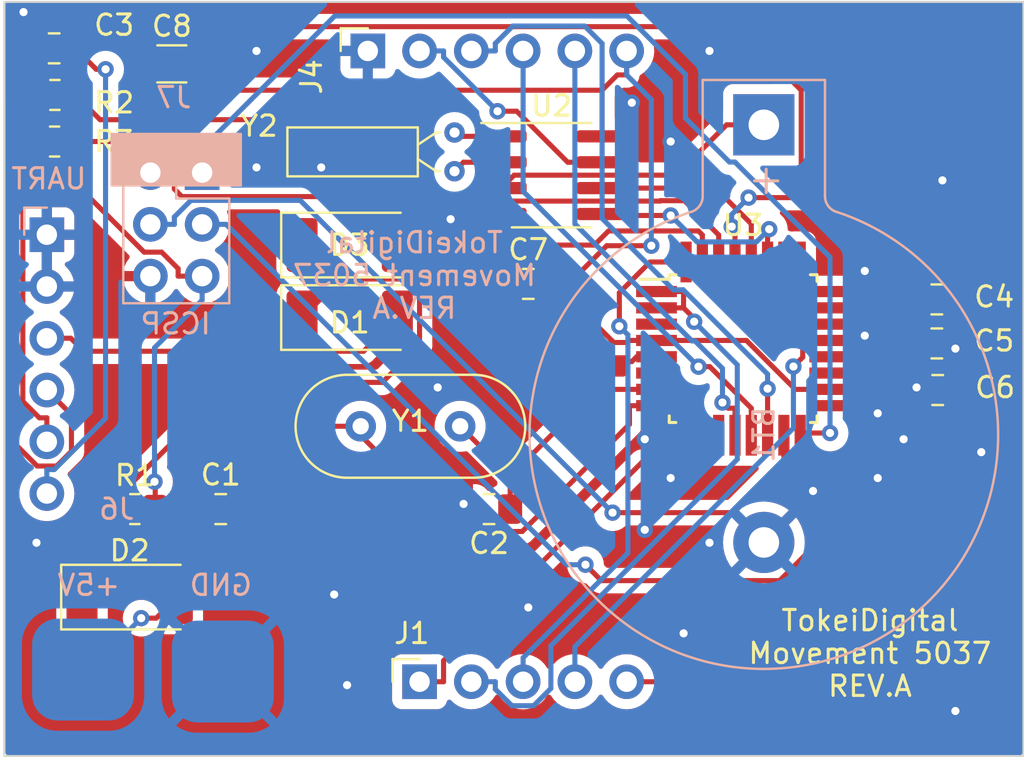
<source format=kicad_pcb>
(kicad_pcb (version 20221018) (generator pcbnew)
  (layers (0 "F.Cu" signal) (31 "B.Cu" signal) (34 "B.Paste" user) (35 "F.Paste" user) (36 "B.SilkS" user "B.Silkscreen") (37 "F.SilkS" user "F.Silkscreen") (38 "B.Mask" user) (39 "F.Mask" user) (44 "Edge.Cuts" user))
  (net 0 "")
  (net 1 "Net-(BT1-+)")
  (net 2 "GND")
  (net 3 "/RST")
  (net 4 "+5V")
  (net 5 "Net-(D1-A)")
  (net 6 "Net-(D2-A)")
  (net 7 "Net-(D3-A)")
  (net 8 "/BTNC")
  (net 9 "/BTNB")
  (net 10 "/BTNA")
  (net 11 "/TIMEC")
  (net 12 "/TIMED")
  (net 13 "Net-(J7-MISO)")
  (net 14 "Net-(J7-SCK)")
  (net 15 "Net-(J7-MOSI)")
  (net 16 "/SDA")
  (net 17 "/SCL")
  (net 18 "Net-(U2-X1)")
  (net 19 "Net-(U2-X2)")
  (net 20 "/1HZ")
  (net 21 "Net-(U3-XTAL2{slash}PB7)")
  (net 22 "Net-(U3-XTAL1{slash}PB6)")
  (net 23 "Net-(U3-AREF)")
  (net 24 "/WS2812_D")
  (net 25 "/TM1637_CLK")
  (net 26 "/TM1637_DIO")
  (net 27 "Net-(U3-PD0)")
  (net 28 "Net-(U3-PD1)")
  (net 37 "Net-(J6-Pin_5)")
  (net 38 "Net-(J6-Pin_4)")
  (net 39 "Net-(J6-Pin_6)")
  (footprint "ClockIt:D_2010" (layer "F.Cu") (at 83.947 74.93)
    (fp_text reference "D3" (at 0 0) (layer "F.SilkS"))
    (fp_text value "1N5817")
    (fp_line (start -3.36 -1.585) (end -3.36 1.585) (stroke (width 0.12)) (layer "F.SilkS"))
    (fp_line (start -3.36 1.585) (end 2.5 1.585) (stroke (width 0.12)) (layer "F.SilkS"))
    (fp_line (start 2.5 -1.585) (end -3.36 -1.585) (stroke (width 0.12)) (layer "F.SilkS"))
    (pad "1" smd roundrect locked (at -2.3375 0) (size 1.525 2.65) (layers "F.Cu" "F.Paste" "F.Mask") (roundrect_rratio 0.1639337705) (net 4 "+5V"))
    (pad "2" smd roundrect locked (at 2.3375 0) (size 1.525 2.65) (layers "F.Cu" "F.Paste" "F.Mask") (roundrect_rratio 0.1639337705) (net 7 "Net-(D3-A)"))
  )
  (footprint "ClockIt:PIN 1x05" (layer "F.Cu") (at 87.376 96.354 90)
    (fp_text reference "J1" (at 2.374 -0.381 180) (layer "F.SilkS"))
    (fp_text value "Pin 1x5")
    (fp_line (start 0 -1.33) (end 1.11 -1.33) (stroke (width 0.12)) (layer "F.SilkS"))
    (fp_line (start 1.11 -1.33) (end 1.11 0) (stroke (width 0.12)) (layer "F.SilkS"))
    (pad "1" thru_hole rect locked (at 0 0 90) (size 1.7 1.7) (drill 1) (layers "*.Cu" "*.Mask") (net 24 "/WS2812_D"))
    (pad "2" thru_hole oval locked (at 0 2.54 90) (size 1.7 1.7) (drill 1) (layers "*.Cu" "*.Mask") (net 25 "/TM1637_CLK"))
    (pad "3" thru_hole oval locked (at 0 5.08 90) (size 1.7 1.7) (drill 1) (layers "*.Cu" "*.Mask") (net 26 "/TM1637_DIO"))
    (pad "4" thru_hole oval locked (at 0 7.62 90) (size 1.7 1.7) (drill 1) (layers "*.Cu" "*.Mask") (net 11 "/TIMEC"))
    (pad "5" thru_hole oval locked (at 0 10.16 90) (size 1.7 1.7) (drill 1) (layers "*.Cu" "*.Mask") (net 12 "/TIMED"))
  )
  (footprint "ClockIt:C_1206" (layer "F.Cu") (at 75.2225 66.04)
    (fp_text reference "C8" (at 0 -1.85) (layer "F.SilkS"))
    (fp_text value "10uF")
    (fp_line (start -0.711252 -0.91) (end 0.711252 -0.91) (stroke (width 0.12)) (layer "F.SilkS"))
    (fp_line (start -0.711252 0.91) (end 0.711252 0.91) (stroke (width 0.12)) (layer "F.SilkS"))
    (pad "1" smd roundrect locked (at -1.5625 0) (size 1.325 1.8) (layers "F.Cu" "F.Paste" "F.Mask") (roundrect_rratio 0.1886792453) (net 4 "+5V"))
    (pad "2" smd roundrect locked (at 1.5625 0) (size 1.325 1.8) (layers "F.Cu" "F.Paste" "F.Mask") (roundrect_rratio 0.1886792453) (net 2 "GND"))
  )
  (footprint "ClockIt:Crystal Horizontal" (layer "F.Cu") (at 89.09 69.408 -90)
    (fp_text reference "Y2" (at -0.32 9.588) (layer "F.SilkS"))
    (fp_text value "32.768KHz")
    (fp_line (start -0.25 1.8) (end -0.25 8.2) (stroke (width 0.12)) (layer "F.SilkS"))
    (fp_line (start -0.25 8.2) (end 2.15 8.2) (stroke (width 0.12)) (layer "F.SilkS"))
    (fp_line (start 0 0.9) (end 0 0.7) (stroke (width 0.12)) (layer "F.SilkS"))
    (fp_line (start 0.6 1.8) (end 0 0.9) (stroke (width 0.12)) (layer "F.SilkS"))
    (fp_line (start 1.3 1.8) (end 1.9 0.9) (stroke (width 0.12)) (layer "F.SilkS"))
    (fp_line (start 1.9 0.9) (end 1.9 0.7) (stroke (width 0.12)) (layer "F.SilkS"))
    (fp_line (start 2.15 1.8) (end -0.25 1.8) (stroke (width 0.12)) (layer "F.SilkS"))
    (fp_line (start 2.15 8.2) (end 2.15 1.8) (stroke (width 0.12)) (layer "F.SilkS"))
    (pad "1" thru_hole circle locked (at 0 0 270) (size 1 1) (drill 0.5) (layers "*.Cu" "*.Mask") (net 18 "Net-(U2-X1)"))
    (pad "2" thru_hole circle locked (at 1.9 0 270) (size 1 1) (drill 0.5) (layers "*.Cu" "*.Mask") (net 19 "Net-(U2-X2)"))
  )
  (footprint "ClockIt:C_0805" (layer "F.Cu") (at 90.7835 87.884 180)
    (fp_text reference "C2" (at 0 -1.68 180) (layer "F.SilkS"))
    (fp_text value "22p")
    (fp_line (start -0.261252 -0.735) (end 0.261252 -0.735) (stroke (width 0.12)) (layer "F.SilkS"))
    (fp_line (start -0.261252 0.735) (end 0.261252 0.735) (stroke (width 0.12)) (layer "F.SilkS"))
    (pad "1" smd roundrect locked (at -1.0375 0 180) (size 1.175 1.45) (layers "F.Cu" "F.Paste" "F.Mask") (roundrect_rratio 0.2127659574) (net 22 "Net-(U3-XTAL1{slash}PB6)"))
    (pad "2" smd roundrect locked (at 1.0375 0 180) (size 1.175 1.45) (layers "F.Cu" "F.Paste" "F.Mask") (roundrect_rratio 0.2127659574) (net 2 "GND"))
  )
  (footprint "ClockIt:C_0805" (layer "F.Cu") (at 77.6185 87.884)
    (fp_text reference "C1" (at 0 -1.68) (layer "F.SilkS"))
    (fp_text value "22p")
    (fp_line (start -0.261252 -0.735) (end 0.261252 -0.735) (stroke (width 0.12)) (layer "F.SilkS"))
    (fp_line (start -0.261252 0.735) (end 0.261252 0.735) (stroke (width 0.12)) (layer "F.SilkS"))
    (pad "1" smd roundrect locked (at -1.0375 0) (size 1.175 1.45) (layers "F.Cu" "F.Paste" "F.Mask") (roundrect_rratio 0.2127659574) (net 21 "Net-(U3-XTAL2{slash}PB7)"))
    (pad "2" smd roundrect locked (at 1.0375 0) (size 1.175 1.45) (layers "F.Cu" "F.Paste" "F.Mask") (roundrect_rratio 0.2127659574) (net 2 "GND"))
  )
  (footprint "ClockIt:C_0805" (layer "F.Cu") (at 69.4475 65.278)
    (fp_text reference "C3" (at 2.9425 -1.143) (layer "F.SilkS"))
    (fp_text value "100nF")
    (fp_line (start -0.261252 -0.735) (end 0.261252 -0.735) (stroke (width 0.12)) (layer "F.SilkS"))
    (fp_line (start -0.261252 0.735) (end 0.261252 0.735) (stroke (width 0.12)) (layer "F.SilkS"))
    (pad "1" smd roundrect locked (at -1.0375 0) (size 1.175 1.45) (layers "F.Cu" "F.Paste" "F.Mask") (roundrect_rratio 0.2127659574) (net 3 "/RST"))
    (pad "2" smd roundrect locked (at 1.0375 0) (size 1.175 1.45) (layers "F.Cu" "F.Paste" "F.Mask") (roundrect_rratio 0.2127659574) (net 39 "Net-(J6-Pin_6)"))
  )
  (footprint "ClockIt:C_0805" (layer "F.Cu") (at 112.7545 79.756)
    (fp_text reference "C5" (at 2.8155 -0.127) (layer "F.SilkS"))
    (fp_text value "100nF")
    (fp_line (start -0.261252 -0.735) (end 0.261252 -0.735) (stroke (width 0.12)) (layer "F.SilkS"))
    (fp_line (start -0.261252 0.735) (end 0.261252 0.735) (stroke (width 0.12)) (layer "F.SilkS"))
    (pad "1" smd roundrect locked (at -1.0375 0) (size 1.175 1.45) (layers "F.Cu" "F.Paste" "F.Mask") (roundrect_rratio 0.2127659574) (net 23 "Net-(U3-AREF)"))
    (pad "2" smd roundrect locked (at 1.0375 0) (size 1.175 1.45) (layers "F.Cu" "F.Paste" "F.Mask") (roundrect_rratio 0.2127659574) (net 2 "GND"))
  )
  (footprint "ClockIt:Crystal Vertical" (layer "F.Cu") (at 84.4865 83.82)
    (fp_text reference "Y1" (at 2.44 -0.254) (layer "F.SilkS"))
    (fp_text value "16MHz")
    (fp_line (start -0.685 -2.525) (end 5.565 -2.525) (stroke (width 0.12)) (layer "F.SilkS"))
    (fp_line (start -0.685 2.525) (end 5.565 2.525) (stroke (width 0.12)) (layer "F.SilkS"))
    (fp_arc (start -0.685 2.525) (mid -3.21 0) (end -0.685 -2.525) (stroke (width 0.12)) (layer "F.SilkS"))
    (fp_arc (start 5.565 -2.525) (mid 8.09 0) (end 5.565 2.525) (stroke (width 0.12)) (layer "F.SilkS"))
    (pad "1" thru_hole circle locked (at 0 0) (size 1.5 1.5) (drill 0.8) (layers "*.Cu" "*.Mask") (net 21 "Net-(U3-XTAL2{slash}PB7)"))
    (pad "2" thru_hole circle locked (at 4.88 0) (size 1.5 1.5) (drill 0.8) (layers "*.Cu" "*.Mask") (net 22 "Net-(U3-XTAL1{slash}PB6)"))
  )
  (footprint "ClockIt:D_2010" (layer "F.Cu") (at 83.947 78.486)
    (fp_text reference "D1" (at 0 0.254) (layer "F.SilkS"))
    (fp_text value "1N5817")
    (fp_line (start -3.36 -1.585) (end -3.36 1.585) (stroke (width 0.12)) (layer "F.SilkS"))
    (fp_line (start -3.36 1.585) (end 2.5 1.585) (stroke (width 0.12)) (layer "F.SilkS"))
    (fp_line (start 2.5 -1.585) (end -3.36 -1.585) (stroke (width 0.12)) (layer "F.SilkS"))
    (pad "1" smd roundrect locked (at -2.3375 0) (size 1.525 2.65) (layers "F.Cu" "F.Paste" "F.Mask") (roundrect_rratio 0.1639337705) (net 4 "+5V"))
    (pad "2" smd roundrect locked (at 2.3375 0) (size 1.525 2.65) (layers "F.Cu" "F.Paste" "F.Mask") (roundrect_rratio 0.1639337705) (net 5 "Net-(D1-A)"))
  )
  (footprint "ClockIt:C_0805" (layer "F.Cu") (at 92.71 76.835)
    (fp_text reference "C7" (at 0 -1.68) (layer "F.SilkS"))
    (fp_text value "100nF")
    (fp_line (start -0.261252 -0.735) (end 0.261252 -0.735) (stroke (width 0.12)) (layer "F.SilkS"))
    (fp_line (start -0.261252 0.735) (end 0.261252 0.735) (stroke (width 0.12)) (layer "F.SilkS"))
    (pad "1" smd roundrect locked (at -1.0375 0) (size 1.175 1.45) (layers "F.Cu" "F.Paste" "F.Mask") (roundrect_rratio 0.2127659574) (net 2 "GND"))
    (pad "2" smd roundrect locked (at 1.0375 0) (size 1.175 1.45) (layers "F.Cu" "F.Paste" "F.Mask") (roundrect_rratio 0.2127659574) (net 4 "+5V"))
  )
  (footprint "ClockIt:SOIC-8" (layer "F.Cu") (at 93.853 71.501)
    (fp_text reference "U2" (at 0 -3.4) (layer "F.SilkS"))
    (fp_text value "DS1307")
    (fp_line (start 0 -2.56) (end -3.45 -2.56) (stroke (width 0.12)) (layer "F.SilkS"))
    (fp_line (start 0 -2.56) (end 1.95 -2.56) (stroke (width 0.12)) (layer "F.SilkS"))
    (fp_line (start 0 2.56) (end -1.95 2.56) (stroke (width 0.12)) (layer "F.SilkS"))
    (fp_line (start 0 2.56) (end 1.95 2.56) (stroke (width 0.12)) (layer "F.SilkS"))
    (pad "1" smd roundrect locked (at -2.475 -1.905) (size 2.5 0.6) (layers "F.Cu" "F.Paste" "F.Mask") (net 18 "Net-(U2-X1)"))
    (pad "2" smd roundrect locked (at -2.475 -0.635) (size 2.5 0.6) (layers "F.Cu" "F.Paste" "F.Mask") (net 19 "Net-(U2-X2)"))
    (pad "3" smd roundrect locked (at -2.475 0.635) (size 2.5 0.6) (layers "F.Cu" "F.Paste" "F.Mask") (net 1 "Net-(BT1-+)"))
    (pad "4" smd roundrect locked (at -2.475 1.905) (size 2.5 0.6) (layers "F.Cu" "F.Paste" "F.Mask") (net 2 "GND"))
    (pad "5" smd roundrect locked (at 2.475 1.905) (size 2.5 0.6) (layers "F.Cu" "F.Paste" "F.Mask") (net 16 "/SDA"))
    (pad "6" smd roundrect locked (at 2.475 0.635) (size 2.5 0.6) (layers "F.Cu" "F.Paste" "F.Mask") (net 17 "/SCL"))
    (pad "7" smd roundrect locked (at 2.475 -0.635) (size 2.5 0.6) (layers "F.Cu" "F.Paste" "F.Mask") (net 20 "/1HZ"))
    (pad "8" smd roundrect locked (at 2.475 -1.905) (size 2.5 0.6) (layers "F.Cu" "F.Paste" "F.Mask") (net 4 "+5V"))
  )
  (footprint "ClockIt:R_0805" (layer "F.Cu") (at 69.485 67.564)
    (fp_text reference "R2" (at 2.905 0.381) (layer "F.SilkS"))
    (fp_text value "10K")
    (fp_line (start -0.227064 -0.735) (end 0.227064 -0.735) (stroke (width 0.12)) (layer "F.SilkS"))
    (fp_line (start -0.227064 0.735) (end 0.227064 0.735) (stroke (width 0.12)) (layer "F.SilkS"))
    (pad "1" smd roundrect locked (at -1 0) (size 1.2 1.4) (layers "F.Cu" "F.Paste" "F.Mask") (roundrect_rratio 0.2083333333) (net 38 "Net-(J6-Pin_4)"))
    (pad "2" smd roundrect locked (at 1 0) (size 1.2 1.4) (layers "F.Cu" "F.Paste" "F.Mask") (roundrect_rratio 0.2083333333) (net 27 "Net-(U3-PD0)"))
  )
  (footprint "ClockIt:TQFP-32" (layer "F.Cu") (at 103.251 80.01)
    (fp_text reference "U3" (at 0 -6.05) (layer "F.SilkS"))
    (fp_text value "ATmega328PB-QFP")
    (fp_line (start -3.625 -3.625) (end -3.625 -3.4) (stroke (width 0.15)) (layer "F.SilkS"))
    (fp_line (start -3.625 -3.625) (end -3.3 -3.625) (stroke (width 0.15)) (layer "F.SilkS"))
    (fp_line (start -3.625 -3.4) (end -5.05 -3.4) (stroke (width 0.15)) (layer "F.SilkS"))
    (fp_line (start -3.625 3.625) (end -3.625 3.3) (stroke (width 0.15)) (layer "F.SilkS"))
    (fp_line (start -3.625 3.625) (end -3.3 3.625) (stroke (width 0.15)) (layer "F.SilkS"))
    (fp_line (start 3.625 -3.625) (end 3.3 -3.625) (stroke (width 0.15)) (layer "F.SilkS"))
    (fp_line (start 3.625 -3.625) (end 3.625 -3.3) (stroke (width 0.15)) (layer "F.SilkS"))
    (fp_line (start 3.625 3.625) (end 3.3 3.625) (stroke (width 0.15)) (layer "F.SilkS"))
    (fp_line (start 3.625 3.625) (end 3.625 3.3) (stroke (width 0.15)) (layer "F.SilkS"))
    (pad "1" smd rect locked (at -4.25 -2.8) (size 2 0.55) (layers "F.Cu" "F.Paste" "F.Mask") (net 25 "/TM1637_CLK"))
    (pad "2" smd rect locked (at -4.25 -2) (size 2 0.55) (layers "F.Cu" "F.Paste" "F.Mask") (net 25 "/TM1637_CLK"))
    (pad "3" smd rect locked (at -4.25 -1.2) (size 2 0.55) (layers "F.Cu" "F.Paste" "F.Mask"))
    (pad "4" smd rect locked (at -4.25 -0.4) (size 2 0.55) (layers "F.Cu" "F.Paste" "F.Mask") (net 4 "+5V"))
    (pad "5" smd rect locked (at -4.25 0.4) (size 2 0.55) (layers "F.Cu" "F.Paste" "F.Mask") (net 2 "GND"))
    (pad "6" smd rect locked (at -4.25 1.2) (size 2 0.55) (layers "F.Cu" "F.Paste" "F.Mask"))
    (pad "7" smd rect locked (at -4.25 2) (size 2 0.55) (layers "F.Cu" "F.Paste" "F.Mask") (net 22 "Net-(U3-XTAL1{slash}PB6)"))
    (pad "8" smd rect locked (at -4.25 2.8) (size 2 0.55) (layers "F.Cu" "F.Paste" "F.Mask") (net 21 "Net-(U3-XTAL2{slash}PB7)"))
    (pad "9" smd rect locked (at -2.8 4.25 90) (size 2 0.55) (layers "F.Cu" "F.Paste" "F.Mask") (net 24 "/WS2812_D"))
    (pad "10" smd rect locked (at -2 4.25 90) (size 2 0.55) (layers "F.Cu" "F.Paste" "F.Mask"))
    (pad "11" smd rect locked (at -1.2 4.25 90) (size 2 0.55) (layers "F.Cu" "F.Paste" "F.Mask"))
    (pad "12" smd rect locked (at -0.4 4.25 90) (size 2 0.55) (layers "F.Cu" "F.Paste" "F.Mask") (net 10 "/BTNA"))
    (pad "13" smd rect locked (at 0.4 4.25 90) (size 2 0.55) (layers "F.Cu" "F.Paste" "F.Mask") (net 9 "/BTNB"))
    (pad "14" smd rect locked (at 1.2 4.25 90) (size 2 0.55) (layers "F.Cu" "F.Paste" "F.Mask") (net 8 "/BTNC"))
    (pad "15" smd rect locked (at 2 4.25 90) (size 2 0.55) (layers "F.Cu" "F.Paste" "F.Mask") (net 15 "Net-(J7-MOSI)"))
    (pad "16" smd rect locked (at 2.8 4.25 90) (size 2 0.55) (layers "F.Cu" "F.Paste" "F.Mask") (net 13 "Net-(J7-MISO)"))
    (pad "17" smd rect locked (at 4.25 2.8) (size 2 0.55) (layers "F.Cu" "F.Paste" "F.Mask") (net 14 "Net-(J7-SCK)"))
    (pad "18" smd rect locked (at 4.25 2) (size 2 0.55) (layers "F.Cu" "F.Paste" "F.Mask") (net 4 "+5V"))
    (pad "19" smd rect locked (at 4.25 1.2) (size 2 0.55) (layers "F.Cu" "F.Paste" "F.Mask"))
    (pad "20" smd rect locked (at 4.25 0.4) (size 2 0.55) (layers "F.Cu" "F.Paste" "F.Mask") (net 23 "Net-(U3-AREF)"))
    (pad "21" smd rect locked (at 4.25 -0.4) (size 2 0.55) (layers "F.Cu" "F.Paste" "F.Mask") (net 2 "GND"))
    (pad "22" smd rect locked (at 4.25 -1.2) (size 2 0.55) (layers "F.Cu" "F.Paste" "F.Mask"))
    (pad "23" smd rect locked (at 4.25 -2) (size 2 0.55) (layers "F.Cu" "F.Paste" "F.Mask") (net 12 "/TIMED"))
    (pad "24" smd rect locked (at 4.25 -2.8) (size 2 0.55) (layers "F.Cu" "F.Paste" "F.Mask") (net 11 "/TIMEC"))
    (pad "25" smd rect locked (at 2.8 -4.25 90) (size 2 0.55) (layers "F.Cu" "F.Paste" "F.Mask"))
    (pad "26" smd rect locked (at 2 -4.25 90) (size 2 0.55) (layers "F.Cu" "F.Paste" "F.Mask"))
    (pad "27" smd rect locked (at 1.2 -4.25 90) (size 2 0.55) (layers "F.Cu" "F.Paste" "F.Mask") (net 16 "/SDA"))
    (pad "28" smd rect locked (at 0.4 -4.25 90) (size 2 0.55) (layers "F.Cu" "F.Paste" "F.Mask") (net 17 "/SCL"))
    (pad "29" smd rect locked (at -0.4 -4.25 90) (size 2 0.55) (layers "F.Cu" "F.Paste" "F.Mask") (net 3 "/RST"))
    (pad "30" smd rect locked (at -1.2 -4.25 90) (size 2 0.55) (layers "F.Cu" "F.Paste" "F.Mask") (net 27 "Net-(U3-PD0)"))
    (pad "31" smd rect locked (at -2 -4.25 90) (size 2 0.55) (layers "F.Cu" "F.Paste" "F.Mask") (net 28 "Net-(U3-PD1)"))
    (pad "32" smd rect locked (at -2.8 -4.25 90) (size 2 0.55) (layers "F.Cu" "F.Paste" "F.Mask") (net 26 "/TM1637_DIO"))
  )
  (footprint "ClockIt:D_2010" (layer "F.Cu") (at 73.152 92.202)
    (fp_text reference "D2" (at 0 -2.28) (layer "F.SilkS"))
    (fp_text value "1N5817")
    (fp_line (start -3.36 -1.585) (end -3.36 1.585) (stroke (width 0.12)) (layer "F.SilkS"))
    (fp_line (start -3.36 1.585) (end 2.5 1.585) (stroke (width 0.12)) (layer "F.SilkS"))
    (fp_line (start 2.5 -1.585) (end -3.36 -1.585) (stroke (width 0.12)) (layer "F.SilkS"))
    (pad "1" smd roundrect locked (at -2.3375 0) (size 1.525 2.65) (layers "F.Cu" "F.Paste" "F.Mask") (roundrect_rratio 0.1639337705) (net 4 "+5V"))
    (pad "2" smd roundrect locked (at 2.3375 0) (size 1.525 2.65) (layers "F.Cu" "F.Paste" "F.Mask") (roundrect_rratio 0.1639337705) (net 6 "Net-(D2-A)"))
  )
  (footprint "ClockIt:R_0805" (layer "F.Cu") (at 73.406 87.884)
    (fp_text reference "R1" (at 0 -1.65) (layer "F.SilkS"))
    (fp_text value "10K")
    (fp_line (start -0.227064 -0.735) (end 0.227064 -0.735) (stroke (width 0.12)) (layer "F.SilkS"))
    (fp_line (start -0.227064 0.735) (end 0.227064 0.735) (stroke (width 0.12)) (layer "F.SilkS"))
    (pad "1" smd roundrect locked (at -1 0) (size 1.2 1.4) (layers "F.Cu" "F.Paste" "F.Mask") (roundrect_rratio 0.2083333333) (net 4 "+5V"))
    (pad "2" smd roundrect locked (at 1 0) (size 1.2 1.4) (layers "F.Cu" "F.Paste" "F.Mask") (roundrect_rratio 0.2083333333) (net 3 "/RST"))
  )
  (footprint "ClockIt:R_0805" (layer "F.Cu") (at 69.469 69.85)
    (fp_text reference "R3" (at 2.921 0) (layer "F.SilkS"))
    (fp_text value "10K")
    (fp_line (start -0.227064 -0.735) (end 0.227064 -0.735) (stroke (width 0.12)) (layer "F.SilkS"))
    (fp_line (start -0.227064 0.735) (end 0.227064 0.735) (stroke (width 0.12)) (layer "F.SilkS"))
    (pad "1" smd roundrect locked (at -1 0) (size 1.2 1.4) (layers "F.Cu" "F.Paste" "F.Mask") (roundrect_rratio 0.2083333333) (net 37 "Net-(J6-Pin_5)"))
    (pad "2" smd roundrect locked (at 1 0) (size 1.2 1.4) (layers "F.Cu" "F.Paste" "F.Mask") (roundrect_rratio 0.2083333333) (net 28 "Net-(U3-PD1)"))
  )
  (footprint "ClockIt:C_0805" (layer "F.Cu") (at 112.7975 82.042)
    (fp_text reference "C6" (at 2.8155 -0.127) (layer "F.SilkS"))
    (fp_text value "100nF")
    (fp_line (start -0.261252 -0.735) (end 0.261252 -0.735) (stroke (width 0.12)) (layer "F.SilkS"))
    (fp_line (start -0.261252 0.735) (end 0.261252 0.735) (stroke (width 0.12)) (layer "F.SilkS"))
    (pad "1" smd roundrect locked (at -1.0375 0) (size 1.175 1.45) (layers "F.Cu" "F.Paste" "F.Mask") (roundrect_rratio 0.2127659574) (net 2 "GND"))
    (pad "2" smd roundrect locked (at 1.0375 0) (size 1.175 1.45) (layers "F.Cu" "F.Paste" "F.Mask") (roundrect_rratio 0.2127659574) (net 4 "+5V"))
  )
  (footprint "ClockIt:PIN 1x06" (layer "F.Cu") (at 84.836 65.405 90)
    (fp_text reference "J4" (at -1.27 -2.77 90) (layer "F.SilkS"))
    (fp_text value "Pin 1x6")
    (fp_line (start 0 -1.33) (end 1.11 -1.33) (stroke (width 0.12)) (layer "F.SilkS"))
    (fp_line (start 1.11 -1.33) (end 1.11 0) (stroke (width 0.12)) (layer "F.SilkS"))
    (pad "1" thru_hole rect locked (at 0 0 90) (size 1.7 1.7) (drill 1) (layers "*.Cu" "*.Mask") (net 2 "GND"))
    (pad "2" thru_hole oval locked (at 0 2.54 90) (size 1.7 1.7) (drill 1) (layers "*.Cu" "*.Mask") (net 20 "/1HZ"))
    (pad "3" thru_hole oval locked (at 0 5.08 90) (size 1.7 1.7) (drill 1) (layers "*.Cu" "*.Mask") (net 8 "/BTNC"))
    (pad "4" thru_hole oval locked (at 0 7.62 90) (size 1.7 1.7) (drill 1) (layers "*.Cu" "*.Mask") (net 9 "/BTNB"))
    (pad "5" thru_hole oval locked (at 0 10.16 90) (size 1.7 1.7) (drill 1) (layers "*.Cu" "*.Mask") (net 10 "/BTNA"))
    (pad "6" thru_hole oval locked (at 0 12.7 90) (size 1.7 1.7) (drill 1) (layers "*.Cu" "*.Mask") (net 4 "+5V"))
  )
  (footprint "ClockIt:C_0805" (layer "F.Cu") (at 112.7545 77.597)
    (fp_text reference "C4" (at 2.8155 -0.127) (layer "F.SilkS"))
    (fp_text value "100nF")
    (fp_line (start -0.261252 -0.735) (end 0.261252 -0.735) (stroke (width 0.12)) (layer "F.SilkS"))
    (fp_line (start -0.261252 0.735) (end 0.261252 0.735) (stroke (width 0.12)) (layer "F.SilkS"))
    (pad "1" smd roundrect locked (at -1.0375 0) (size 1.175 1.45) (layers "F.Cu" "F.Paste" "F.Mask") (roundrect_rratio 0.2127659574) (net 3 "/RST"))
    (pad "2" smd roundrect locked (at 1.0375 0) (size 1.175 1.45) (layers "F.Cu" "F.Paste" "F.Mask") (roundrect_rratio 0.2127659574) (net 2 "GND"))
  )
  (footprint "ClockIt:Power Pin" (layer "B.Cu") (at 70.866 95.758 180)
    (fp_text reference "J8" hide)
    (fp_text value "PowerPad" hide)
    (pad "1" smd roundrect locked (at 0 0 180) (size 5 5) (layers "B.Cu" "B.Paste" "B.Mask") (net 6 "Net-(D2-A)"))
  )
  (footprint "ClockIt:Power Pin" (layer "B.Cu") (at 77.724 95.854 180)
    (fp_text reference "J5" hide)
    (fp_text value "PowerPad" hide)
    (pad "1" smd roundrect locked (at 0 0 180) (size 5 5) (layers "B.Cu" "B.Paste" "B.Mask") (net 2 "GND"))
  )
  (footprint "ClockIt:PIN 1x06" (layer "B.Cu") (at 69.088 74.422 180)
    (fp_text reference locked "J6" (at -3.429 -13.462) (layer "B.SilkS") (effects (justify mirror)))
    (fp_text value "Pin 1x6" hide)
    (fp_line (start 0 1.33) (end 1.11 1.33) (stroke (width 0.12)) (layer "B.SilkS"))
    (fp_line (start 1.11 1.33) (end 1.11 0) (stroke (width 0.12)) (layer "B.SilkS"))
    (pad "1" thru_hole rect locked (at 0 0 180) (size 1.7 1.7) (drill 1) (layers "*.Cu" "*.Mask") (net 2 "GND"))
    (pad "2" thru_hole oval locked (at 0 -2.54 180) (size 1.7 1.7) (drill 1) (layers "*.Cu" "*.Mask") (net 2 "GND"))
    (pad "3" thru_hole oval locked (at 0 -5.08 180) (size 1.7 1.7) (drill 1) (layers "*.Cu" "*.Mask") (net 5 "Net-(D1-A)"))
    (pad "4" thru_hole oval locked (at 0 -7.62 180) (size 1.7 1.7) (drill 1) (layers "*.Cu" "*.Mask") (net 38 "Net-(J6-Pin_4)"))
    (pad "5" thru_hole oval locked (at 0 -10.16 180) (size 1.7 1.7) (drill 1) (layers "*.Cu" "*.Mask") (net 37 "Net-(J6-Pin_5)"))
    (pad "6" thru_hole oval locked (at 0 -12.7 180) (size 1.7 1.7) (drill 1) (layers "*.Cu" "*.Mask") (net 39 "Net-(J6-Pin_6)"))
  )
  (footprint "ClockIt:CR2032 Holder" (layer "B.Cu") (at 104.267 69.03 -90)
    (fp_text reference locked "BT1" (at 15.199956 -0.000011 90) (layer "B.SilkS") (effects (justify mirror)))
    (fp_text value "CR3032 Holder")
    (fp_text user locked "+" (at 2.75 0 90) (layer "B.SilkS") (effects (font (size 1.5 1.5)) (justify mirror)))
    (fp_line (start -2.2 -3) (end -2.2 3) (stroke (width 0.12)) (layer "B.SilkS"))
    (fp_line (start -2.2 -3) (end 3.5 -3) (stroke (width 0.12)) (layer "B.SilkS"))
    (fp_line (start -2.2 3) (end 3.5 3) (stroke (width 0.12)) (layer "B.SilkS"))
    (fp_arc (start 3.5 3) (mid 3.950694 3.136459) (end 4.25 3.5) (stroke (width 0.12)) (layer "B.SilkS"))
    (fp_arc (start 4.25 -3.5) (mid 3.950694 -3.136459) (end 3.5 -3) (stroke (width 0.12)) (layer "B.SilkS"))
    (fp_arc (start 4.25 -3.5) (mid 16.971103 -11.358466) (end 26.695671 0) (stroke (width 0.12)) (layer "B.SilkS"))
    (fp_arc (start 26.695671 0) (mid 16.971103 11.358466) (end 4.25 3.5) (stroke (width 0.12)) (layer "B.SilkS"))
    (pad "1" thru_hole rect locked (at 0 0 270) (size 3 3) (drill 1.5) (layers "*.Cu" "*.Mask") (net 1 "Net-(BT1-+)"))
    (pad "2" thru_hole circle locked (at 20.49 0 270) (size 3 3) (drill 1.5) (layers "*.Cu" "*.Mask") (net 2 "GND"))
  )
  (footprint "ClockIt:PIN 2x03" (layer "B.Cu") (at 76.708 71.374 180)
    (fp_text reference locked "J7" (at 1.397 3.683) (layer "B.SilkS") (effects (justify mirror)))
    (fp_text value "AVR-ISP" hide)
    (fp_line (start -1.33 -6.41) (end 3.87 -6.41) (stroke (width 0.12)) (layer "B.SilkS"))
    (fp_line (start -1.33 -1.27) (end -1.33 -6.41) (stroke (width 0.12)) (layer "B.SilkS"))
    (fp_line (start -1.33 -1.27) (end 1.27 -1.27) (stroke (width 0.12)) (layer "B.SilkS"))
    (fp_line (start -1.33 0) (end -1.33 1.33) (stroke (width 0.12)) (layer "B.SilkS"))
    (fp_line (start -1.33 1.33) (end 0 1.33) (stroke (width 0.12)) (layer "B.SilkS"))
    (fp_line (start 1.27 -1.27) (end 1.27 1.33) (stroke (width 0.12)) (layer "B.SilkS"))
    (fp_line (start 1.27 1.33) (end 3.87 1.33) (stroke (width 0.12)) (layer "B.SilkS"))
    (fp_line (start 3.87 1.33) (end 3.87 -6.41) (stroke (width 0.12)) (layer "B.SilkS"))
    (fp_rect (start -1.905 1.905) (end 4.445 -0.635) (stroke (width 0.1)) (fill solid) (layer "B.SilkS"))
    (pad "1" thru_hole rect locked (at 0 0 180) (size 1.7 1.7) (drill 1) (layers "*.Cu" "*.Mask") (net 13 "Net-(J7-MISO)"))
    (pad "2" thru_hole oval locked (at 2.54 0 180) (size 1.7 1.7) (drill 1) (layers "*.Cu" "*.Mask") (net 7 "Net-(D3-A)"))
    (pad "3" thru_hole oval locked (at 0 -2.54 180) (size 1.7 1.7) (drill 1) (layers "*.Cu" "*.Mask") (net 14 "Net-(J7-SCK)"))
    (pad "4" thru_hole oval locked (at 2.54 -2.54 180) (size 1.7 1.7) (drill 1) (layers "*.Cu" "*.Mask") (net 15 "Net-(J7-MOSI)"))
    (pad "5" thru_hole oval locked (at 0 -5.08 180) (size 1.7 1.7) (drill 1) (layers "*.Cu" "*.Mask") (net 3 "/RST"))
    (pad "6" thru_hole oval locked (at 2.54 -5.08 180) (size 1.7 1.7) (drill 1) (layers "*.Cu" "*.Mask") (net 2 "GND"))
  )
  (gr_rect (start 67 63) (end 117 100) (stroke (width 0.1)) (fill none) (layer "Edge.Cuts"))
  (gr_text locked "+5V" (at 72.771 92.202) (layer "B.SilkS") (effects (font (size 1 1)) (justify left bottom mirror)))
  (gr_text locked "GND" (at 79.248 92.202) (layer "B.SilkS") (effects (font (size 1 1)) (justify left bottom mirror)))
  (gr_text locked "TokeiDigital\nMovement 5037\nREV.A" (at 87.122 78.613) (layer "B.SilkS") (effects (font (size 1 1)) (justify bottom mirror)))
  (gr_text locked "UART" (at 71.12 72.263) (layer "B.SilkS") (effects (font (size 1 1)) (justify left bottom mirror)))
  (gr_text locked "ICSP" (at 77.216 79.375) (layer "B.SilkS") (effects (font (size 1 1)) (justify left bottom mirror)))
  (gr_text "TokeiDigital\nMovement 5037\nREV.A" (at 109.474 97.155) (layer "F.SilkS") (effects (font (size 1 1)) (justify bottom)))
  (segment (start 92.013 71.501) (end 91.378 72.136) (width 0.25) (layer "F.Cu") (net 1))
  (segment (start 99.9691 71.501) (end 92.013 71.501) (width 0.25) (layer "F.Cu") (net 1))
  (segment (start 102.4401 69.03) (end 99.9691 71.501) (width 0.25) (layer "F.Cu") (net 1))
  (segment (start 104.267 69.03) (end 102.4401 69.03) (width 0.25) (layer "F.Cu") (net 1))
  (segment (start 88.9 73.66) (end 91.124 73.66) (width 0.25) (layer "F.Cu") (net 2))
  (segment (start 99.001 80.41) (end 98.025 80.41) (width 0.25) (layer "F.Cu") (net 2))
  (segment (start 97.79 80.645) (end 95.885 80.645) (width 0.25) (layer "F.Cu") (net 2))
  (segment (start 98.025 80.41) (end 97.79 80.645) (width 0.25) (layer "F.Cu") (net 2))
  (segment (start 91.124 73.66) (end 91.378 73.406) (width 0.25) (layer "F.Cu") (net 2))
  (segment (start 108.985 79.61) (end 109.22 79.375) (width 0.25) (layer "F.Cu") (net 2))
  (segment (start 107.501 79.61) (end 108.985 79.61) (width 0.25) (layer "F.Cu") (net 2))
  (via (at 106.68 86.995) (size 0.8) (drill 0.4) (layers "F.Cu" "B.Cu") (net 2))
  (via (at 99.695 86.36) (size 0.8) (drill 0.4) (layers "F.Cu" "B.Cu") (net 2))
  (via (at 101.6 89.535) (size 0.8) (drill 0.4) (layers "F.Cu" "B.Cu") (net 2))
  (via (at 109.22 79.375) (size 0.8) (drill 0.4) (layers "F.Cu" "B.Cu") (net 2))
  (via (at 67.945 63.5) (size 0.8) (drill 0.4) (layers "F.Cu" "B.Cu") (net 2))
  (via (at 83.185 92.075) (size 0.8) (drill 0.4) (layers "F.Cu" "B.Cu") (net 2))
  (via (at 113.03 71.755) (size 0.8) (drill 0.4) (layers "F.Cu" "B.Cu") (net 2))
  (via (at 113.665 97.79) (size 0.8) (drill 0.4) (layers "F.Cu" "B.Cu") (net 2))
  (via (at 79.375 65.405) (size 0.8) (drill 0.4) (layers "F.Cu" "B.Cu") (net 2))
  (via (at 109.855 83.185) (size 0.8) (drill 0.4) (layers "F.Cu" "B.Cu") (net 2))
  (via (at 68.58 89.535) (size 0.8) (drill 0.4) (layers "F.Cu" "B.Cu") (net 2))
  (via (at 88.9 73.66) (size 0.8) (drill 0.4) (layers "F.Cu" "B.Cu") (net 2))
  (via (at 92.71 92.71) (size 0.8) (drill 0.4) (layers "F.Cu" "B.Cu") (net 2))
  (via (at 83.82 96.52) (size 0.8) (drill 0.4) (layers "F.Cu" "B.Cu") (net 2))
  (via (at 109.855 86.36) (size 0.8) (drill 0.4) (layers "F.Cu" "B.Cu") (net 2))
  (via (at 114.935 85.09) (size 0.8) (drill 0.4) (layers "F.Cu" "B.Cu") (net 2))
  (via (at 97.79 67.945) (size 0.8) (drill 0.4) (layers "F.Cu" "B.Cu") (net 2))
  (via (at 100.33 93.98) (size 0.8) (drill 0.4) (layers "F.Cu" "B.Cu") (net 2))
  (via (at 99.695 69.85) (size 0.8) (drill 0.4) (layers "F.Cu" "B.Cu") (net 2))
  (via (at 79.375 71.12) (size 0.8) (drill 0.4) (layers "F.Cu" "B.Cu") (net 2))
  (via (at 113.665 80.01) (size 0.8) (drill 0.4) (layers "F.Cu" "B.Cu") (net 2))
  (via (at 109.22 76.2) (size 0.8) (drill 0.4) (layers "F.Cu" "B.Cu") (net 2))
  (via (at 98.425 84.455) (size 0.8) (drill 0.4) (layers "F.Cu" "B.Cu") (net 2))
  (via (at 111.76 81.915) (size 0.8) (drill 0.4) (layers "F.Cu" "B.Cu") (net 2))
  (via (at 98.425 88.9) (size 0.8) (drill 0.4) (layers "F.Cu" "B.Cu") (net 2))
  (via (at 82.55 71.12) (size 0.8) (drill 0.4) (layers "F.Cu" "B.Cu") (net 2))
  (via (at 89.535 87.63) (size 0.8) (drill 0.4) (layers "F.Cu" "B.Cu") (net 2))
  (via (at 111.125 84.455) (size 0.8) (drill 0.4) (layers "F.Cu" "B.Cu") (net 2))
  (via (at 101.6 65.405) (size 0.8) (drill 0.4) (layers "F.Cu" "B.Cu") (net 2))
  (via (at 88.265 81.915) (size 0.8) (drill 0.4) (layers "F.Cu" "B.Cu") (net 2))
  (segment (start 69.485 66.1548) (end 68.6921 65.3619) (width 0.25) (layer "F.Cu") (net 3))
  (segment (start 73.8624 75.2771) (end 69.485 70.8997) (width 0.25) (layer "F.Cu") (net 3))
  (segment (start 106.1015 72.6015) (end 103.5172 72.6015) (width 0.25) (layer "F.Cu") (net 3))
  (segment (start 111.717 77.597) (end 106.7215 72.6015) (width 0.25) (layer "F.Cu") (net 3))
  (segment (start 102.6904 74.025) (end 102.851 74.1856) (width 0.25) (layer "F.Cu") (net 3))
  (segment (start 106.7215 72.6015) (end 106.1015 72.6015) (width 0.25) (layer "F.Cu") (net 3))
  (segment (start 102.851 74.1856) (end 102.851 75.76) (width 0.25) (layer "F.Cu") (net 3))
  (segment (start 75.5311 76.454) (end 75.5311 76.0861) (width 0.25) (layer "F.Cu") (net 3))
  (segment (start 76.708 76.454) (end 75.5311 76.454) (width 0.25) (layer "F.Cu") (net 3))
  (segment (start 74.406 86.5737) (end 74.3716 86.5393) (width 0.25) (layer "F.Cu") (net 3))
  (segment (start 106.1015 72.6015) (end 106.1015 67.3339) (width 0.25) (layer "F.Cu") (net 3))
  (segment (start 74.406 87.884) (end 74.406 86.5737) (width 0.25) (layer "F.Cu") (net 3))
  (segment (start 69.485 70.8997) (end 69.485 66.1548) (width 0.25) (layer "F.Cu") (net 3))
  (segment (start 106.1015 67.3339) (end 102.9803 64.2127) (width 0.25) (layer "F.Cu") (net 3))
  (segment (start 102.9803 64.2127) (end 69.8413 64.2127) (width 0.25) (layer "F.Cu") (net 3))
  (segment (start 69.8413 64.2127) (end 68.6921 65.3619) (width 0.25) (layer "F.Cu") (net 3))
  (segment (start 75.5311 76.0861) (end 74.7221 75.2771) (width 0.25) (layer "F.Cu") (net 3))
  (segment (start 74.7221 75.2771) (end 73.8624 75.2771) (width 0.25) (layer "F.Cu") (net 3))
  (segment (start 68.6921 65.3619) (end 68.6082 65.278) (width 0.25) (layer "F.Cu") (net 3))
  (segment (start 68.6082 65.278) (end 68.41 65.278) (width 0.25) (layer "F.Cu") (net 3))
  (via (at 74.3716 86.5393) (size 0.8) (drill 0.4) (layers "F.Cu" "B.Cu") (net 3))
  (via (at 103.5172 72.6015) (size 0.8) (drill 0.4) (layers "F.Cu" "B.Cu") (net 3))
  (via (at 102.6904 74.025) (size 0.8) (drill 0.4) (layers "F.Cu" "B.Cu") (net 3))
  (segment (start 102.6904 73.4283) (end 102.6904 74.025) (width 0.25) (layer "B.Cu") (net 3))
  (segment (start 76.708 77.6309) (end 74.3716 79.9673) (width 0.25) (layer "B.Cu") (net 3))
  (segment (start 76.708 76.454) (end 76.708 77.6309) (width 0.25) (layer "B.Cu") (net 3))
  (segment (start 74.3716 79.9673) (end 74.3716 86.5393) (width 0.25) (layer "B.Cu") (net 3))
  (segment (start 103.5172 72.6015) (end 102.6904 73.4283) (width 0.25) (layer "B.Cu") (net 3))
  (segment (start 99.001 79.61) (end 103.4127 79.61) (width 0.25) (layer "F.Cu") (net 4))
  (segment (start 98.7472 74.9619) (end 96.5572 74.9619) (width 0.25) (layer "F.Cu") (net 4))
  (segment (start 72.406 87.884) (end 72.406 87.4546) (width 0.25) (layer "F.Cu") (net 4))
  (segment (start 103.4127 79.61) (end 105.8127 82.01) (width 0.25) (layer "F.Cu") (net 4))
  (segment (start 96.5572 74.9619) (end 94.6841 76.835) (width 0.25) (layer "F.Cu") (net 4))
  (segment (start 78.1931 81.6675) (end 85.5505 81.6675) (width 0.25) (layer "F.Cu") (net 4))
  (segment (start 96.328 67.3328) (end 74.9528 67.3328) (width 0.25) (layer "F.Cu") (net 4))
  (segment (start 113.835 82.042) (end 112.7413 80.9483) (width 0.25) (layer "F.Cu") (net 4))
  (segment (start 88.1868 75.7817) (end 87.3749 76.5936) (width 0.25) (layer "F.Cu") (net 4))
  (segment (start 70.8145 92.202) (end 72.406 90.6105) (width 0.25) (layer "F.Cu") (net 4))
  (segment (start 112.7413 80.9483) (end 111.1616 80.9483) (width 0.25) (layer "F.Cu") (net 4))
  (segment (start 74.9528 67.3328) (end 73.66 66.04) (width 0.25) (layer "F.Cu") (net 4))
  (segment (start 81.6095 78.486) (end 83.0355 77.06) (width 0.25) (layer "F.Cu") (net 4))
  (segment (start 85.5505 81.6675) (end 87.3749 79.8431) (width 0.25) (layer "F.Cu") (net 4))
  (segment (start 87.3749 79.8431) (end 87.3749 76.5936) (width 0.25) (layer "F.Cu") (net 4))
  (segment (start 96.328 67.3328) (end 96.328 69.596) (width 0.25) (layer "F.Cu") (net 4))
  (segment (start 94.6841 76.835) (end 94.6841 77.492) (width 0.25) (layer "F.Cu") (net 4))
  (segment (start 97.536 65.405) (end 97.536 66.5819) (width 0.25) (layer "F.Cu") (net 4))
  (segment (start 110.0999 82.01) (end 107.501 82.01) (width 0.25) (layer "F.Cu") (net 4))
  (segment (start 111.1616 80.9483) (end 110.0999 82.01) (width 0.25) (layer "F.Cu") (net 4))
  (segment (start 72.406 90.6105) (end 72.406 87.884) (width 0.25) (layer "F.Cu") (net 4))
  (segment (start 92.6942 75.7817) (end 88.1868 75.7817) (width 0.25) (layer "F.Cu") (net 4))
  (segment (start 99.001 79.61) (end 97.6741 79.61) (width 0.25) (layer "F.Cu") (net 4))
  (segment (start 107.501 82.01) (end 106.1741 82.01) (width 0.25) (layer "F.Cu") (net 4))
  (segment (start 94.6841 76.835) (end 93.7475 76.835) (width 0.25) (layer "F.Cu") (net 4))
  (segment (start 96.9011 79.709) (end 97.5751 79.709) (width 0.25) (layer "F.Cu") (net 4))
  (segment (start 87.3749 76.5936) (end 83.0355 76.5936) (width 0.25) (layer "F.Cu") (net 4))
  (segment (start 97.0789 66.5819) (end 96.328 67.3328) (width 0.25) (layer "F.Cu") (net 4))
  (segment (start 97.536 66.5819) (end 97.0789 66.5819) (width 0.25) (layer "F.Cu") (net 4))
  (segment (start 72.406 87.4546) (end 78.1931 81.6675) (width 0.25) (layer "F.Cu") (net 4))
  (segment (start 83.0355 76.356) (end 81.6095 74.93) (width 0.25) (layer "F.Cu") (net 4))
  (segment (start 83.0355 77.06) (end 83.0355 76.5936) (width 0.25) (layer "F.Cu") (net 4))
  (segment (start 93.7475 76.835) (end 92.6942 75.7817) (width 0.25) (layer "F.Cu") (net 4))
  (segment (start 94.6841 77.492) (end 96.9011 79.709) (width 0.25) (layer "F.Cu") (net 4))
  (segment (start 105.8127 82.01) (end 106.1741 82.01) (width 0.25) (layer "F.Cu") (net 4))
  (segment (start 83.0355 76.5936) (end 83.0355 76.356) (width 0.25) (layer "F.Cu") (net 4))
  (segment (start 97.5751 79.709) (end 97.6741 79.61) (width 0.25) (layer "F.Cu") (net 4))
  (via (at 98.7472 74.9619) (size 0.8) (drill 0.4) (layers "F.Cu" "B.Cu") (net 4))
  (segment (start 97.536 65.405) (end 97.536 66.5819) (width 0.25) (layer "B.Cu") (net 4))
  (segment (start 97.536 66.5819) (end 98.7472 67.7931) (width 0.25) (layer "B.Cu") (net 4))
  (segment (start 98.7472 67.7931) (end 98.7472 74.9619) (width 0.25) (layer "B.Cu") (net 4))
  (segment (start 84.6304 80.1401) (end 70.903 80.1401) (width 0.25) (layer "F.Cu") (net 5))
  (segment (start 86.2845 78.486) (end 84.6304 80.1401) (width 0.25) (layer "F.Cu") (net 5))
  (segment (start 70.903 80.1401) (end 70.2649 79.502) (width 0.25) (layer "F.Cu") (net 5))
  (segment (start 69.088 79.502) (end 70.2649 79.502) (width 0.25) (layer "F.Cu") (net 5))
  (segment (start 73.7186 93.235) (end 74.4565 93.235) (width 0.25) (layer "F.Cu") (net 6))
  (segment (start 74.4565 93.235) (end 75.4895 92.202) (width 0.25) (layer "F.Cu") (net 6))
  (via (at 73.7186 93.235) (size 0.8) (drill 0.4) (layers "F.Cu" "B.Cu") (net 6))
  (segment (start 70.866 95.758) (end 71.1956 95.758) (width 0.25) (layer "B.Cu") (net 6))
  (segment (start 71.1956 95.758) (end 73.7186 93.235) (width 0.25) (layer "B.Cu") (net 6))
  (segment (start 83.9054 72.5509) (end 86.2845 74.93) (width 0.25) (layer "F.Cu") (net 7))
  (segment (start 75.7126 72.5509) (end 83.9054 72.5509) (width 0.25) (layer "F.Cu") (net 7))
  (segment (start 74.168 71.374) (end 75.3449 71.374) (width 0.25) (layer "F.Cu") (net 7))
  (segment (start 75.3449 72.1832) (end 75.7126 72.5509) (width 0.25) (layer "F.Cu") (net 7))
  (segment (start 75.3449 71.374) (end 75.3449 72.1832) (width 0.25) (layer "F.Cu") (net 7))
  (segment (start 104.451 81.9744) (end 104.451 84.26) (width 0.25) (layer "F.Cu") (net 8))
  (via (at 104.451 81.9744) (size 0.8) (drill 0.4) (layers "F.Cu" "B.Cu") (net 8))
  (segment (start 91.0929 65.0372) (end 91.9459 64.1842) (width 0.25) (layer "B.Cu") (net 8))
  (segment (start 91.0929 65.405) (end 91.0929 65.0372) (width 0.25) (layer "B.Cu") (net 8))
  (segment (start 100.3119 77.1243) (end 104.451 81.2634) (width 0.25) (layer "B.Cu") (net 8))
  (segment (start 96.3319 73.6247) (end 99.8315 77.1243) (width 0.25) (layer "B.Cu") (net 8))
  (segment (start 95.4742 64.1842) (end 96.3319 65.0419) (width 0.25) (layer "B.Cu") (net 8))
  (segment (start 89.916 65.405) (end 91.0929 65.405) (width 0.25) (layer "B.Cu") (net 8))
  (segment (start 99.8315 77.1243) (end 100.3119 77.1243) (width 0.25) (layer "B.Cu") (net 8))
  (segment (start 91.9459 64.1842) (end 95.4742 64.1842) (width 0.25) (layer "B.Cu") (net 8))
  (segment (start 104.451 81.2634) (end 104.451 81.9744) (width 0.25) (layer "B.Cu") (net 8))
  (segment (start 96.3319 65.0419) (end 96.3319 73.6247) (width 0.25) (layer "B.Cu") (net 8))
  (segment (start 103.651 84.26) (end 103.651 82.9331) (width 0.25) (layer "F.Cu") (net 9))
  (segment (start 101.6134 80.8955) (end 101.0607 80.8955) (width 0.25) (layer "F.Cu") (net 9))
  (segment (start 103.651 82.9331) (end 101.6134 80.8955) (width 0.25) (layer "F.Cu") (net 9))
  (via (at 101.0607 80.8955) (size 0.8) (drill 0.4) (layers "F.Cu" "B.Cu") (net 9))
  (segment (start 92.456 65.405) (end 92.456 72.2908) (width 0.25) (layer "B.Cu") (net 9))
  (segment (start 92.456 72.2908) (end 101.0607 80.8955) (width 0.25) (layer "B.Cu") (net 9))
  (segment (start 102.5147 82.9331) (end 102.851 82.9331) (width 0.25) (layer "F.Cu") (net 10))
  (segment (start 102.851 84.26) (end 102.851 82.9331) (width 0.25) (layer "F.Cu") (net 10))
  (segment (start 102.2376 82.656) (end 102.5147 82.9331) (width 0.25) (layer "F.Cu") (net 10))
  (via (at 102.2376 82.656) (size 0.8) (drill 0.4) (layers "F.Cu" "B.Cu") (net 10))
  (segment (start 100.8861 79.6326) (end 102.2376 80.9841) (width 0.25) (layer "B.Cu") (net 10))
  (segment (start 100.7389 79.6326) (end 100.8861 79.6326) (width 0.25) (layer "B.Cu") (net 10))
  (segment (start 94.996 73.8897) (end 100.7389 79.6326) (width 0.25) (layer "B.Cu") (net 10))
  (segment (start 94.996 65.405) (end 94.996 73.8897) (width 0.25) (layer "B.Cu") (net 10))
  (segment (start 102.2376 80.9841) (end 102.2376 82.656) (width 0.25) (layer "B.Cu") (net 10))
  (segment (start 107.501 77.21) (end 106.1741 77.21) (width 0.25) (layer "F.Cu") (net 11))
  (segment (start 106.1741 77.21) (end 106.1741 80.4335) (width 0.25) (layer "F.Cu") (net 11))
  (segment (start 106.1741 80.4335) (end 105.7191 80.8885) (width 0.25) (layer "F.Cu") (net 11))
  (via (at 105.7191 80.8885) (size 0.8) (drill 0.4) (layers "F.Cu" "B.Cu") (net 11))
  (segment (start 105.7191 83.9128) (end 94.996 94.6359) (width 0.25) (layer "B.Cu") (net 11))
  (segment (start 94.996 94.6359) (end 94.996 96.354) (width 0.25) (layer "B.Cu") (net 11))
  (segment (start 105.7191 80.8885) (end 105.7191 83.9128) (width 0.25) (layer "B.Cu") (net 11))
  (segment (start 109.2777 78.01) (end 109.9442 78.6765) (width 0.25) (layer "F.Cu") (net 12))
  (segment (start 114.7594 82.752) (end 101.1574 96.354) (width 0.25) (layer "F.Cu") (net 12))
  (segment (start 114.3469 78.6765) (end 114.7594 79.089) (width 0.25) (layer "F.Cu") (net 12))
  (segment (start 109.9442 78.6765) (end 114.3469 78.6765) (width 0.25) (layer "F.Cu") (net 12))
  (segment (start 114.7594 79.089) (end 114.7594 82.752) (width 0.25) (layer "F.Cu") (net 12))
  (segment (start 107.501 78.01) (end 109.2777 78.01) (width 0.25) (layer "F.Cu") (net 12))
  (segment (start 101.1574 96.354) (end 97.536 96.354) (width 0.25) (layer "F.Cu") (net 12))
  (segment (start 106.1601 84.1509) (end 107.5145 84.1509) (width 0.25) (layer "F.Cu") (net 13))
  (segment (start 106.051 84.26) (end 106.1601 84.1509) (width 0.25) (layer "F.Cu") (net 13))
  (via (at 107.5145 84.1509) (size 0.8) (drill 0.4) (layers "F.Cu" "B.Cu") (net 13))
  (segment (start 100.4217 68.7003) (end 102.5783 70.8569) (width 0.25) (layer "B.Cu") (net 13))
  (segment (start 102.849 70.8569) (end 107.5145 75.5224) (width 0.25) (layer "B.Cu") (net 13))
  (segment (start 100.4217 66.5581) (end 100.4217 68.7003) (width 0.25) (layer "B.Cu") (net 13))
  (segment (start 83.2167 63.6884) (end 97.552 63.6884) (width 0.25) (layer "B.Cu") (net 13))
  (segment (start 102.5783 70.8569) (end 102.849 70.8569) (width 0.25) (layer "B.Cu") (net 13))
  (segment (start 76.708 70.1971) (end 83.2167 63.6884) (width 0.25) (layer "B.Cu") (net 13))
  (segment (start 76.708 71.374) (end 76.708 70.1971) (width 0.25) (layer "B.Cu") (net 13))
  (segment (start 97.552 63.6884) (end 100.4217 66.5581) (width 0.25) (layer "B.Cu") (net 13))
  (segment (start 107.5145 75.5224) (end 107.5145 84.1509) (width 0.25) (layer "B.Cu") (net 13))
  (segment (start 95.515 90.6128) (end 96.2949 91.3927) (width 0.25) (layer "F.Cu") (net 14))
  (segment (start 105.0417 91.3927) (end 108.8279 87.6065) (width 0.25) (layer "F.Cu") (net 14))
  (segment (start 108.8279 87.6065) (end 108.8279 82.81) (width 0.25) (layer "F.Cu") (net 14))
  (segment (start 107.501 82.81) (end 108.8279 82.81) (width 0.25) (layer "F.Cu") (net 14))
  (segment (start 96.2949 91.3927) (end 105.0417 91.3927) (width 0.25) (layer "F.Cu") (net 14))
  (via (at 95.515 90.6128) (size 0.8) (drill 0.4) (layers "F.Cu" "B.Cu") (net 14))
  (segment (start 94.5837 90.6128) (end 95.515 90.6128) (width 0.25) (layer "B.Cu") (net 14))
  (segment (start 76.708 73.914) (end 77.8849 73.914) (width 0.25) (layer "B.Cu") (net 14))
  (segment (start 77.8849 73.914) (end 94.5837 90.6128) (width 0.25) (layer "B.Cu") (net 14))
  (segment (start 105.251 84.26) (end 105.251 85.5869) (width 0.25) (layer "F.Cu") (net 15))
  (segment (start 105.251 85.5869) (end 102.7797 88.0582) (width 0.25) (layer "F.Cu") (net 15))
  (segment (start 102.7797 88.0582) (end 96.8433 88.0582) (width 0.25) (layer "F.Cu") (net 15))
  (via (at 96.8433 88.0582) (size 0.8) (drill 0.4) (layers "F.Cu" "B.Cu") (net 15))
  (segment (start 76.156 72.7371) (end 75.3449 73.5482) (width 0.25) (layer "B.Cu") (net 15))
  (segment (start 96.8433 88.0582) (end 81.5222 72.7371) (width 0.25) (layer "B.Cu") (net 15))
  (segment (start 75.3449 73.5482) (end 75.3449 73.914) (width 0.25) (layer "B.Cu") (net 15))
  (segment (start 74.168 73.914) (end 75.3449 73.914) (width 0.25) (layer "B.Cu") (net 15))
  (segment (start 81.5222 72.7371) (end 76.156 72.7371) (width 0.25) (layer "B.Cu") (net 15))
  (segment (start 104.451 74.2278) (end 104.5301 74.1487) (width 0.25) (layer "F.Cu") (net 16))
  (segment (start 99.6963 73.4787) (end 96.4007 73.4787) (width 0.25) (layer "F.Cu") (net 16))
  (segment (start 96.4007 73.4787) (end 96.328 73.406) (width 0.25) (layer "F.Cu") (net 16))
  (segment (start 104.451 75.76) (end 104.451 74.2278) (width 0.25) (layer "F.Cu") (net 16))
  (via (at 104.5301 74.1487) (size 0.8) (drill 0.4) (layers "F.Cu" "B.Cu") (net 16))
  (via (at 99.6963 73.4787) (size 0.8) (drill 0.4) (layers "F.Cu" "B.Cu") (net 16))
  (segment (start 103.9057 74.7731) (end 100.9907 74.7731) (width 0.25) (layer "B.Cu") (net 16))
  (segment (start 100.9907 74.7731) (end 99.6963 73.4787) (width 0.25) (layer "B.Cu") (net 16))
  (segment (start 104.5301 74.1487) (end 103.9057 74.7731) (width 0.25) (layer "B.Cu") (net 16))
  (segment (start 96.328 72.136) (end 101.8952 72.136) (width 0.25) (layer "F.Cu") (net 17))
  (segment (start 101.8952 72.136) (end 103.651 73.8918) (width 0.25) (layer "F.Cu") (net 17))
  (segment (start 103.651 75.76) (end 103.651 74.4331) (width 0.25) (layer "F.Cu") (net 17))
  (segment (start 103.651 73.8918) (end 103.651 74.4331) (width 0.25) (layer "F.Cu") (net 17))
  (segment (start 89.278 69.596) (end 89.09 69.408) (width 0.25) (layer "F.Cu") (net 18))
  (segment (start 91.378 69.596) (end 89.278 69.596) (width 0.25) (layer "F.Cu") (net 18))
  (segment (start 89.532 70.866) (end 89.09 71.308) (width 0.25) (layer "F.Cu") (net 19))
  (segment (start 91.378 70.866) (end 89.532 70.866) (width 0.25) (layer "F.Cu") (net 19))
  (segment (start 94.6442 70.866) (end 96.328 70.866) (width 0.25) (layer "F.Cu") (net 20))
  (segment (start 92.1405 68.3623) (end 94.6442 70.866) (width 0.25) (layer "F.Cu") (net 20))
  (segment (start 91.2003 68.3623) (end 92.1405 68.3623) (width 0.25) (layer "F.Cu") (net 20))
  (via (at 91.2003 68.3623) (size 0.8) (drill 0.4) (layers "F.Cu" "B.Cu") (net 20))
  (segment (start 87.376 65.405) (end 88.5529 65.405) (width 0.25) (layer "B.Cu") (net 20))
  (segment (start 88.5529 65.405) (end 88.5529 65.7149) (width 0.25) (layer "B.Cu") (net 20))
  (segment (start 88.5529 65.7149) (end 91.2003 68.3623) (width 0.25) (layer "B.Cu") (net 20))
  (segment (start 76.581 87.884) (end 80.645 83.82) (width 0.25) (layer "F.Cu") (net 21))
  (segment (start 99.001 82.81) (end 97.6741 82.81) (width 0.25) (layer "F.Cu") (net 21))
  (segment (start 80.645 83.82) (end 84.4865 83.82) (width 0.25) (layer "F.Cu") (net 21))
  (segment (start 97.6741 82.81) (end 97.6741 83.7222) (width 0.25) (layer "F.Cu") (net 21))
  (segment (start 89.1976 88.9824) (end 84.4865 84.2713) (width 0.25) (layer "F.Cu") (net 21))
  (segment (start 84.4865 84.2713) (end 84.4865 83.82) (width 0.25) (layer "F.Cu") (net 21))
  (segment (start 92.4139 88.9824) (end 89.1976 88.9824) (width 0.25) (layer "F.Cu") (net 21))
  (segment (start 97.6741 83.7222) (end 92.4139 88.9824) (width 0.25) (layer "F.Cu") (net 21))
  (segment (start 99.001 82.01) (end 96.0855 82.01) (width 0.25) (layer "F.Cu") (net 22))
  (segment (start 91.821 86.2745) (end 91.821 87.884) (width 0.25) (layer "F.Cu") (net 22))
  (segment (start 89.3665 83.82) (end 91.821 86.2745) (width 0.25) (layer "F.Cu") (net 22))
  (segment (start 96.0855 82.01) (end 91.821 86.2745) (width 0.25) (layer "F.Cu") (net 22))
  (segment (start 111.063 80.41) (end 111.717 79.756) (width 0.25) (layer "F.Cu") (net 23))
  (segment (start 107.501 80.41) (end 111.063 80.41) (width 0.25) (layer "F.Cu") (net 23))
  (segment (start 100.451 84.26) (end 100.451 85.5869) (width 0.25) (layer "F.Cu") (net 24))
  (segment (start 100.451 85.5869) (end 98.2867 85.5869) (width 0.25) (layer "F.Cu") (net 24))
  (segment (start 88.5529 95.3207) (end 88.5529 96.354) (width 0.25) (layer "F.Cu") (net 24))
  (segment (start 87.376 96.354) (end 88.5529 96.354) (width 0.25) (layer "F.Cu") (net 24))
  (segment (start 98.2867 85.5869) (end 88.5529 95.3207) (width 0.25) (layer "F.Cu") (net 24))
  (segment (start 100.3279 78.01) (end 100.3279 77.21) (width 0.25) (layer "F.Cu") (net 25))
  (segment (start 99.5385 77.21) (end 99.001 77.21) (width 0.25) (layer "F.Cu") (net 25))
  (segment (start 99.5385 77.21) (end 100.3279 77.21) (width 0.25) (layer "F.Cu") (net 25))
  (segment (start 100.848 78.5308) (end 100.848 78.6884) (width 0.25) (layer "F.Cu") (net 25))
  (segment (start 100.3272 78.01) (end 100.3279 78.01) (width 0.25) (layer "F.Cu") (net 25))
  (segment (start 100.3272 78.01) (end 100.848 78.5308) (width 0.25) (layer "F.Cu") (net 25))
  (segment (start 99.001 78.01) (end 100.2145 78.01) (width 0.25) (layer "F.Cu") (net 25))
  (segment (start 100.2145 78.01) (end 100.3264 78.01) (width 0.25) (layer "F.Cu") (net 25))
  (segment (start 100.3264 78.01) (end 100.3272 78.01) (width 0.25) (layer "F.Cu") (net 25))
  (via (at 100.848 78.6884) (size 0.8) (drill 0.4) (layers "F.Cu" "B.Cu") (net 25))
  (segment (start 89.916 96.354) (end 91.0929 96.354) (width 0.25) (layer "B.Cu") (net 25))
  (segment (start 102.9645 80.8049) (end 100.848 78.6884) (width 0.25) (layer "B.Cu") (net 25))
  (segment (start 102.9645 85.4427) (end 102.9645 80.8049) (width 0.25) (layer "B.Cu") (net 25))
  (segment (start 91.0929 96.354) (end 91.0929 96.7198) (width 0.25) (layer "B.Cu") (net 25))
  (segment (start 93.8191 94.5881) (end 102.9645 85.4427) (width 0.25) (layer "B.Cu") (net 25))
  (segment (start 93.8191 96.6821) (end 93.8191 94.5881) (width 0.25) (layer "B.Cu") (net 25))
  (segment (start 92.9703 97.5309) (end 93.8191 96.6821) (width 0.25) (layer "B.Cu") (net 25))
  (segment (start 91.0929 96.7198) (end 91.904 97.5309) (width 0.25) (layer "B.Cu") (net 25))
  (segment (start 91.904 97.5309) (end 92.9703 97.5309) (width 0.25) (layer "B.Cu") (net 25))
  (segment (start 97.1782 77.268) (end 97.1782 78.9136) (width 0.25) (layer "F.Cu") (net 26))
  (segment (start 100.451 75.76) (end 98.6862 75.76) (width 0.25) (layer "F.Cu") (net 26))
  (segment (start 98.6862 75.76) (end 97.1782 77.268) (width 0.25) (layer "F.Cu") (net 26))
  (via (at 97.1782 78.9136) (size 0.8) (drill 0.4) (layers "F.Cu" "B.Cu") (net 26))
  (segment (start 92.456 96.354) (end 92.456 95.1771) (width 0.25) (layer "B.Cu") (net 26))
  (segment (start 97.5981 90.035) (end 92.456 95.1771) (width 0.25) (layer "B.Cu") (net 26))
  (segment (start 97.5981 79.3335) (end 97.5981 90.035) (width 0.25) (layer "B.Cu") (net 26))
  (segment (start 97.1782 78.9136) (end 97.5981 79.3335) (width 0.25) (layer "B.Cu") (net 26))
  (segment (start 102.051 74.4331) (end 100.3697 72.7518) (width 0.25) (layer "F.Cu") (net 27))
  (segment (start 102.051 75.76) (end 102.051 74.4331) (width 0.25) (layer "F.Cu") (net 27))
  (segment (start 99.179 72.7724) (end 88.7336 72.7724) (width 0.25) (layer "F.Cu") (net 27))
  (segment (start 71.6993 68.7783) (end 70.485 67.564) (width 0.25) (layer "F.Cu") (net 27))
  (segment (start 88.7336 72.7724) (end 84.7395 68.7783) (width 0.25) (layer "F.Cu") (net 27))
  (segment (start 99.1996 72.7518) (end 99.179 72.7724) (width 0.25) (layer "F.Cu") (net 27))
  (segment (start 100.3697 72.7518) (end 99.1996 72.7518) (width 0.25) (layer "F.Cu") (net 27))
  (segment (start 84.7395 68.7783) (end 71.6993 68.7783) (width 0.25) (layer "F.Cu") (net 27))
  (segment (start 83.605173 69.85) (end 70.469 69.85) (width 0.25) (layer "F.Cu") (net 28))
  (segment (start 95.952704 74.93) (end 88.265 74.93) (width 0.25) (layer "F.Cu") (net 28))
  (segment (start 87.372 74.037) (end 87.372 73.616827) (width 0.25) (layer "F.Cu") (net 28))
  (segment (start 101.251 74.4331) (end 101.0548 74.2369) (width 0.25) (layer "F.Cu") (net 28))
  (segment (start 101.0548 74.2369) (end 96.645804 74.2369) (width 0.25) (layer "F.Cu") (net 28))
  (segment (start 96.645804 74.2369) (end 95.952704 74.93) (width 0.25) (layer "F.Cu") (net 28))
  (segment (start 101.251 75.76) (end 101.251 74.4331) (width 0.25) (layer "F.Cu") (net 28))
  (segment (start 88.265 74.93) (end 87.372 74.037) (width 0.25) (layer "F.Cu") (net 28))
  (segment (start 87.372 73.616827) (end 83.605173 69.85) (width 0.25) (layer "F.Cu") (net 28))
  (segment (start 68.7201 83.4051) (end 67.9111 82.5961) (width 0.25) (layer "F.Cu") (net 37))
  (segment (start 67.9111 82.5961) (end 67.9111 70.4079) (width 0.25) (layer "F.Cu") (net 37))
  (segment (start 69.088 83.4051) (end 68.7201 83.4051) (width 0.25) (layer "F.Cu") (net 37))
  (segment (start 67.9111 70.4079) (end 68.469 69.85) (width 0.25) (layer "F.Cu") (net 37))
  (segment (start 69.088 84.582) (end 69.088 83.4051) (width 0.25) (layer "F.Cu") (net 37))
  (segment (start 67.3922 68.6568) (end 67.3922 84.5512) (width 0.25) (layer "F.Cu") (net 38))
  (segment (start 68.612 85.771) (end 69.5732 85.771) (width 0.25) (layer "F.Cu") (net 38))
  (segment (start 67.3922 84.5512) (end 68.612 85.771) (width 0.25) (layer "F.Cu") (net 38))
  (segment (start 70.2952 85.049) (end 70.2952 83.2492) (width 0.25) (layer "F.Cu") (net 38))
  (segment (start 68.485 67.564) (end 67.3922 68.6568) (width 0.25) (layer "F.Cu") (net 38))
  (segment (start 70.2952 83.2492) (end 69.088 82.042) (width 0.25) (layer "F.Cu") (net 38))
  (segment (start 69.5732 85.771) (end 70.2952 85.049) (width 0.25) (layer "F.Cu") (net 38))
  (segment (start 71.5111 66.3041) (end 70.485 65.278) (width 0.25) (layer "F.Cu") (net 39))
  (segment (start 71.9693 66.3041) (end 71.5111 66.3041) (width 0.25) (layer "F.Cu") (net 39))
  (via (at 71.9693 66.3041) (size 0.8) (drill 0.4) (layers "F.Cu" "B.Cu") (net 39))
  (segment (start 69.088 87.122) (end 69.088 85.9451) (width 0.25) (layer "B.Cu") (net 39))
  (segment (start 71.9693 83.4316) (end 71.9693 66.3041) (width 0.25) (layer "B.Cu") (net 39))
  (segment (start 69.4558 85.9451) (end 71.9693 83.4316) (width 0.25) (layer "B.Cu") (net 39))
  (segment (start 69.088 85.9451) (end 69.4558 85.9451) (width 0.25) (layer "B.Cu") (net 39))
  (zone locked (net 2) (net_name "GND") (layers "F&B.Cu") (connect_pads (clearance 0.5)) (min_thickness 0.25) (fill yes (thermal_gap 0.5) (thermal_bridge_width 0.5))
    (polygon (pts (xy 67.056 62.992) (xy 116.967 62.992) (xy 116.967 99.949) (xy 67.056 99.949)))
  )
)
</source>
